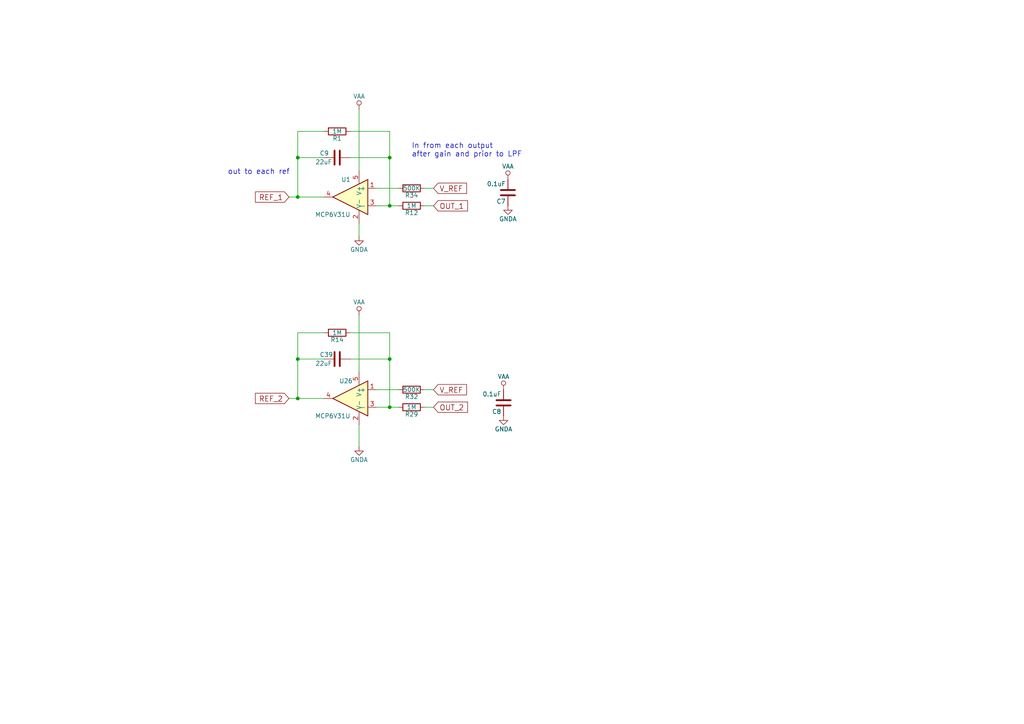
<source format=kicad_sch>
(kicad_sch (version 20231120) (generator "eeschema") (generator_version "8.0")
  (paper "A4")
  (title_block (title "Ganglion Input Voltage References") (date "2018-1-8") (rev "1.0.1") (company "OpenBCI"))
  (lib_symbols
    (symbol "Ganglion_01-rescue:C" (pin_numbers hide) (pin_names (offset 0.254))
      (property "Reference" "C" (at 0.635 2.54 0))
      (property "Value" "C" (at 0.635 -2.54 0))
      (symbol "C_0_1"
        (polyline (pts (xy -2.032 -0.762) (xy 2.032 -0.762)) (stroke (width 0.508)))
        (polyline (pts (xy -2.032 0.762) (xy 2.032 0.762)) (stroke (width 0.508)))
      )
      (symbol "C_1_1"
        (pin passive line (at 0 3.81 270) (length 2.794) (name "~") (number "1"))
        (pin passive line (at 0 -3.81 90) (length 2.794) (name "~") (number "2"))
      )
    )
    (symbol "Ganglion_01-rescue:GNDA" (power) (pin_names (offset 0))
      (property "Value" "GNDA" (at 0 -3.81 0))
      (symbol "GNDA_0_1"
        (polyline (pts (xy 0 0) (xy 0 -1.27) (xy 1.27 -1.27) (xy 0 -2.54) (xy -1.27 -1.27) (xy 0 -1.27)))
      )
      (symbol "GNDA_1_1"
        (pin power_in line (at 0 0 270) (length 0) hide (name "GNDA") (number "1"))
      )
    )
    (symbol "Ganglion_01-rescue:R" (pin_numbers hide) (pin_names (offset 0))
      (property "Reference" "R" (at 2.032 0 90))
      (property "Value" "R" (at 0 0 90))
      (symbol "R_0_1"
        (rectangle (start -1.016 -2.54) (end 1.016 2.54) (stroke (width 0.254)))
      )
      (symbol "R_1_1"
        (pin passive line (at 0 3.81 270) (length 1.27) (name "~") (number "1"))
        (pin passive line (at 0 -3.81 90) (length 1.27) (name "~") (number "2"))
      )
    )
    (symbol "Ganglion_01-rescue:VAA" (power) (pin_names (offset 0))
      (property "Value" "VAA" (at 0 3.81 0))
      (symbol "VAA_0_1"
        (polyline (pts (xy 0 0) (xy 0 1.27)))
        (circle (center 0 1.905) (radius 0.635))
      )
      (symbol "VAA_1_1"
        (pin power_in line (at 0 0 90) (length 0) hide (name "VAA") (number "1"))
      )
    )
    (symbol "OpenBCI:MCP6V31U"
      (property "Reference" "U" (at 1.27 5.08 0))
      (property "Value" "MCP6V31U" (at 5.08 -5.08 0))
      (property "Datasheet" "http://ww1.microchip.com/downloads/en/DeviceDoc/21733j.pdf" (at 1.27 5.08 0))
      (symbol "MCP6V31U_0_1"
        (polyline (pts (xy -5.08 5.08) (xy 5.08 0) (xy -5.08 -5.08) (xy -5.08 5.08)) (stroke (width 0.254)) (fill (type background)))
      )
      (symbol "MCP6V31U_1_1"
        (pin input line (at -7.62 2.54 0) (length 2.54) (name "+") (number "1"))
        (pin input line (at -2.54 -7.62 90) (length 3.81) (name "V-") (number "2"))
        (pin input line (at -7.62 -2.54 0) (length 2.54) (name "-") (number "3"))
        (pin output line (at 7.62 0 180) (length 2.54) (name "~") (number "4"))
        (pin input line (at -2.54 7.62 270) (length 3.81) (name "V+") (number "5"))
      )
    )
  )
  (junction (at 86.36 57.15))
  (junction (at 113.03 45.72))
  (junction (at 86.36 104.14))
  (junction (at 86.36 115.57))
  (junction (at 113.03 118.11))
  (junction (at 86.36 45.72))
  (junction (at 113.03 59.69))
  (junction (at 113.03 104.14))
  (wire (pts (xy 101.6 104.14) (xy 113.03 104.14)))
  (wire (pts (xy 93.98 104.14) (xy 86.36 104.14)))
  (wire (pts (xy 113.03 45.72) (xy 101.6 45.72)))
  (wire (pts (xy 113.03 96.52) (xy 113.03 104.14)))
  (wire (pts (xy 113.03 38.1) (xy 113.03 45.72)))
  (wire (pts (xy 86.36 104.14) (xy 86.36 115.57)))
  (wire (pts (xy 109.22 118.11) (xy 113.03 118.11)))
  (wire (pts (xy 113.03 45.72) (xy 113.03 59.69)))
  (wire (pts (xy 113.03 104.14) (xy 113.03 118.11)))
  (wire (pts (xy 93.98 45.72) (xy 86.36 45.72)))
  (wire (pts (xy 109.22 59.69) (xy 113.03 59.69)))
  (wire (pts (xy 113.03 59.69) (xy 115.57 59.69)))
  (wire (pts (xy 86.36 45.72) (xy 86.36 57.15)))
  (wire (pts (xy 93.98 96.52) (xy 86.36 96.52)))
  (wire (pts (xy 101.6 96.52) (xy 113.03 96.52)))
  (wire (pts (xy 86.36 57.15) (xy 93.98 57.15)))
  (wire (pts (xy 101.6 38.1) (xy 113.03 38.1)))
  (wire (pts (xy 86.36 115.57) (xy 93.98 115.57)))
  (wire (pts (xy 93.98 38.1) (xy 86.36 38.1)))
  (wire (pts (xy 123.19 54.61) (xy 125.73 54.61)))
  (wire (pts (xy 86.36 38.1) (xy 86.36 45.72)))
  (wire (pts (xy 104.14 107.95) (xy 104.14 91.44)))
  (wire (pts (xy 109.22 113.03) (xy 115.57 113.03)))
  (wire (pts (xy 83.82 57.15) (xy 86.36 57.15)))
  (wire (pts (xy 125.73 59.69) (xy 123.19 59.69)))
  (wire (pts (xy 125.73 113.03) (xy 123.19 113.03)))
  (wire (pts (xy 83.82 115.57) (xy 86.36 115.57)))
  (wire (pts (xy 109.22 54.61) (xy 115.57 54.61)))
  (wire (pts (xy 125.73 118.11) (xy 123.19 118.11)))
  (wire (pts (xy 113.03 118.11) (xy 115.57 118.11)))
  (wire (pts (xy 104.14 49.53) (xy 104.14 31.75)))
  (wire (pts (xy 86.36 96.52) (xy 86.36 104.14)))
  (wire (pts (xy 104.14 129.54) (xy 104.14 123.19)))
  (wire (pts (xy 104.14 64.77) (xy 104.14 68.58)))
  (text "In from each output \nafter gain and prior to LPF" (at 119.38 45.72 0) (effects (font (size 1.524 1.524)) (justify left bottom)))
  (text "out to each ref" (at 66.04 50.8 0) (effects (font (size 1.524 1.524)) (justify left bottom)))
  (global_label "REF_1" (shape input) (at 83.82 57.15 180) (effects (font (size 1.524 1.524))) (property "Intersheetrefs" "${INTERSHEET_REFS}" (effects (hide yes))))
  (global_label "OUT_1" (shape input) (at 125.73 59.69 0) (effects (font (size 1.524 1.524))) (property "Intersheetrefs" "${INTERSHEET_REFS}" (effects (hide yes))))
  (global_label "V_REF" (shape input) (at 125.73 54.61 0) (effects (font (size 1.524 1.524))) (property "Intersheetrefs" "${INTERSHEET_REFS}" (effects (hide yes))))
  (global_label "V_REF" (shape input) (at 125.73 113.03 0) (effects (font (size 1.524 1.524))) (property "Intersheetrefs" "${INTERSHEET_REFS}" (effects (hide yes))))
  (global_label "OUT_2" (shape input) (at 125.73 118.11 0) (effects (font (size 1.524 1.524))) (property "Intersheetrefs" "${INTERSHEET_REFS}" (effects (hide yes))))
  (global_label "REF_2" (shape input) (at 83.82 115.57 180) (effects (font (size 1.524 1.524))) (property "Intersheetrefs" "${INTERSHEET_REFS}" (effects (hide yes))))
  (symbol (lib_id "Ganglion_01-rescue:C") (at 97.79 45.72 270) (unit 1)
    (property "Reference" "C9" (at 92.71 44.45 90) (effects (justify left)))
    (property "Value" "22uF" (at 91.44 46.99 90) (effects (justify left)))
    (property "Footprint" "Capacitor_SMD:C_0603_1608Metric" (effects (hide yes)))
    (property "MPN" "GRM188R60J226MEA0D" (effects (hide yes)))
    (property "SPN" "490-7611-1-ND" (effects (hide yes)))
  )
  (symbol (lib_id "Ganglion_01-rescue:R") (at 97.79 38.1 270) (unit 1)
    (property "Reference" "R1" (at 97.79 40.132 90))
    (property "Value" "1M" (at 97.79 38.1 90))
    (property "Footprint" "Resistor_SMD:R_0402_1005Metric" (effects (hide yes)))
    (property "MPN" "ERJ-2RKF1004X" (effects (hide yes)))
    (property "SPN" "P1.00MLCT-ND" (effects (hide yes)))
  )
  (symbol (lib_id "Ganglion_01-rescue:GNDA") (at 104.14 68.58 0) (unit 1)
    (property "Reference" "#PWR065" (effects (hide yes)))
    (property "Value" "GNDA" (at 104.14 72.39 0))
  )
  (symbol (lib_id "Ganglion_01-rescue:VAA") (at 104.14 31.75 0) (unit 1)
    (property "Reference" "#PWR066" (effects (hide yes)))
    (property "Value" "VAA" (at 104.14 27.94 0))
  )
  (symbol (lib_id "Ganglion_01-rescue:C") (at 97.79 104.14 270) (unit 1)
    (property "Reference" "C39" (at 92.71 102.87 90) (effects (justify left)))
    (property "Value" "22uF" (at 91.44 105.41 90) (effects (justify left)))
    (property "Footprint" "Capacitor_SMD:C_0603_1608Metric" (effects (hide yes)))
    (property "MPN" "GRM188R60J226MEA0D" (effects (hide yes)))
    (property "SPN" "490-7611-1-ND" (effects (hide yes)))
  )
  (symbol (lib_id "Ganglion_01-rescue:GNDA") (at 104.14 129.54 0) (unit 1)
    (property "Reference" "#PWR069" (effects (hide yes)))
    (property "Value" "GNDA" (at 104.14 133.35 0))
  )
  (symbol (lib_id "Ganglion_01-rescue:VAA") (at 104.14 91.44 0) (unit 1)
    (property "Reference" "#PWR072" (effects (hide yes)))
    (property "Value" "VAA" (at 104.14 87.63 0))
  )
  (symbol (lib_id "OpenBCI:MCP6V31U") (at 101.6 57.15 0) (mirror y) (unit 1)
    (property "Reference" "U1" (at 100.33 52.07 0))
    (property "Value" "MCP6V31U" (at 96.52 62.23 0))
    (property "Footprint" "Package_TO_SOT_SMD:SOT-353_SC-70-5" (effects (hide yes)))
    (property "MPN" "MCP6V31UT-E/LT" (effects (hide yes)))
    (property "SPN" "MCP6V31UT-E/LTCT-ND" (effects (hide yes)))
  )
  (symbol (lib_id "Ganglion_01-rescue:R") (at 119.38 54.61 270) (unit 1)
    (property "Reference" "R34" (at 119.38 56.642 90))
    (property "Value" "500K" (at 119.38 54.61 90))
    (property "Footprint" "Resistor_SMD:R_0402_1005Metric" (effects (hide yes)))
    (property "MPN" "ERJ-2RKF4993X" (effects (hide yes)))
    (property "SPN" "P499KLCT-ND" (effects (hide yes)))
  )
  (symbol (lib_id "OpenBCI:MCP6V31U") (at 101.6 115.57 0) (mirror y) (unit 1)
    (property "Reference" "U26" (at 100.33 110.49 0))
    (property "Value" "MCP6V31U" (at 96.52 120.65 0))
    (property "Footprint" "Package_TO_SOT_SMD:SOT-353_SC-70-5" (effects (hide yes)))
    (property "MPN" "MCP6V31UT-E/LT" (effects (hide yes)))
    (property "SPN" "MCP6V31UT-E/LTCT-ND" (effects (hide yes)))
  )
  (symbol (lib_id "Ganglion_01-rescue:R") (at 119.38 113.03 270) (unit 1)
    (property "Reference" "R32" (at 119.38 115.062 90))
    (property "Value" "500K" (at 119.38 113.03 90))
    (property "Footprint" "Resistor_SMD:R_0402_1005Metric" (effects (hide yes)))
    (property "MPN" "ERJ-2RKF4993X" (effects (hide yes)))
    (property "SPN" "P499KLCT-ND" (effects (hide yes)))
  )
  (symbol (lib_id "Ganglion_01-rescue:R") (at 119.38 118.11 270) (unit 1)
    (property "Reference" "R29" (at 119.38 120.142 90))
    (property "Value" "1M" (at 119.38 118.11 90))
    (property "Footprint" "Resistor_SMD:R_0402_1005Metric" (effects (hide yes)))
    (property "MPN" "ERJ-2RKF1004X" (effects (hide yes)))
    (property "SPN" "P1.00MLCT-ND" (effects (hide yes)))
  )
  (symbol (lib_id "Ganglion_01-rescue:VAA") (at 146.05 113.03 0) (unit 1)
    (property "Reference" "#PWR057" (effects (hide yes)))
    (property "Value" "VAA" (at 146.05 109.22 0))
  )
  (symbol (lib_id "Ganglion_01-rescue:R") (at 97.79 96.52 270) (unit 1)
    (property "Reference" "R14" (at 97.79 98.552 90))
    (property "Value" "1M" (at 97.79 96.52 90))
    (property "Footprint" "Resistor_SMD:R_0402_1005Metric" (effects (hide yes)))
    (property "MPN" "ERJ-2RKF1004X" (effects (hide yes)))
    (property "SPN" "P1.00MLCT-ND" (effects (hide yes)))
  )
  (symbol (lib_id "Ganglion_01-rescue:R") (at 119.38 59.69 270) (unit 1)
    (property "Reference" "R12" (at 119.38 61.722 90))
    (property "Value" "1M" (at 119.38 59.69 90))
    (property "Footprint" "Resistor_SMD:R_0402_1005Metric" (effects (hide yes)))
    (property "MPN" "ERJ-2RKF1004X" (effects (hide yes)))
    (property "SPN" "P1.00MLCT-ND" (effects (hide yes)))
  )
  (symbol (lib_id "Ganglion_01-rescue:C") (at 146.05 116.84 180) (unit 1)
    (property "Reference" "C8" (at 145.415 119.38 0) (effects (justify left)))
    (property "Value" "0.1uF" (at 145.415 114.3 0) (effects (justify left)))
    (property "Footprint" "Capacitor_SMD:C_0402_1005Metric" (effects (hide yes)))
    (property "MPN" "GRM155R71C104KA88J" (effects (hide yes)))
    (property "SPN" "490-6328-1-ND" (effects (hide yes)))
  )
  (symbol (lib_id "Ganglion_01-rescue:GNDA") (at 147.32 59.69 0) (unit 1)
    (property "Reference" "#PWR056" (effects (hide yes)))
    (property "Value" "GNDA" (at 147.32 63.5 0))
  )
  (symbol (lib_id "Ganglion_01-rescue:C") (at 147.32 55.88 180) (unit 1)
    (property "Reference" "C7" (at 146.685 58.42 0) (effects (justify left)))
    (property "Value" "0.1uF" (at 146.685 53.34 0) (effects (justify left)))
    (property "Footprint" "Capacitor_SMD:C_0402_1005Metric" (effects (hide yes)))
    (property "MPN" "GRM155R71C104KA88J" (effects (hide yes)))
    (property "SPN" "490-6328-1-ND" (effects (hide yes)))
  )
  (symbol (lib_id "Ganglion_01-rescue:GNDA") (at 146.05 120.65 0) (unit 1)
    (property "Reference" "#PWR058" (effects (hide yes)))
    (property "Value" "GNDA" (at 146.05 124.46 0))
  )
  (symbol (lib_id "Ganglion_01-rescue:VAA") (at 147.32 52.07 0) (unit 1)
    (property "Reference" "#PWR053" (effects (hide yes)))
    (property "Value" "VAA" (at 147.32 48.26 0))
  )
)
</source>
